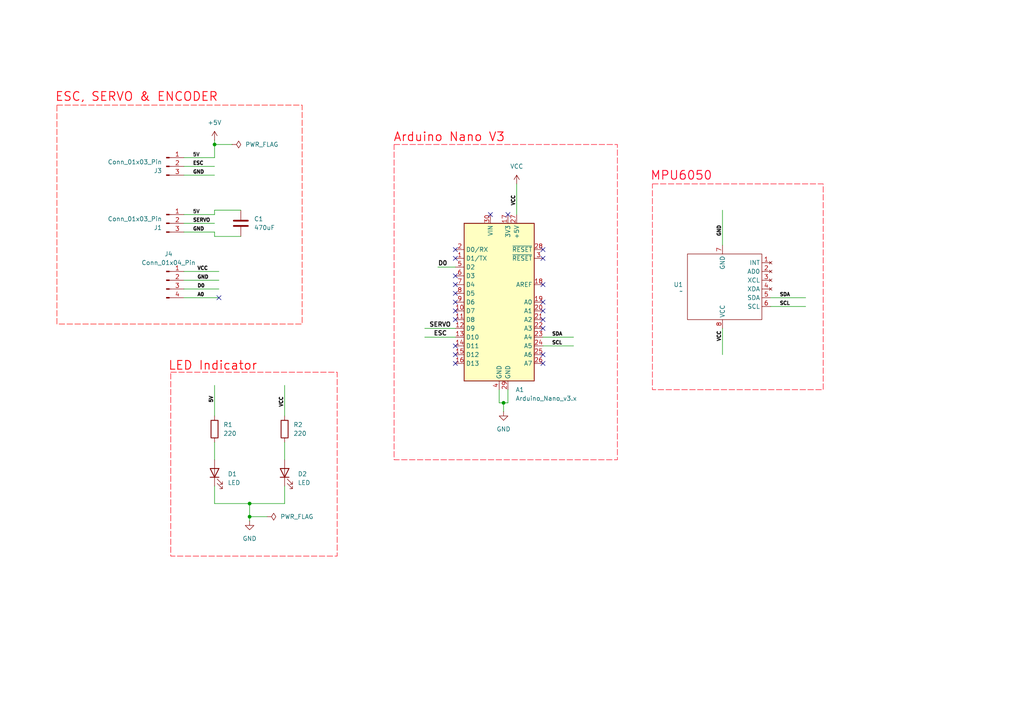
<source format=kicad_sch>
(kicad_sch (version 20231120) (generator "eeschema") (generator_version "8.0")
  (paper "A4")
  (lib_symbols
    (symbol "Autonomous_sch_lib:MPU6050"
      (property "Reference" "U" (at 0 0 0))
      (symbol "MPU6050_0_1"
        (rectangle (start -11.43 8.89) (end 10.16 -10.16))
      )
      (symbol "MPU6050_1_1"
        (pin no_connect line (at -13.97 -7.62 0) (length 2.54) (name "INT") (number "1"))
        (pin no_connect line (at -13.97 -5.08 0) (length 2.54) (name "AD0") (number "2"))
        (pin no_connect line (at -13.97 -2.54 0) (length 2.54) (name "XCL") (number "3"))
        (pin no_connect line (at -13.97 0 0) (length 2.54) (name "XDA") (number "4"))
        (pin bidirectional line (at -13.97 2.54 0) (length 2.54) (name "SDA") (number "5"))
        (pin input line (at -13.97 5.08 0) (length 2.54) (name "SCL") (number "6"))
        (pin power_in line (at 0 -12.7 90) (length 2.54) (name "GND") (number "7"))
        (pin power_in line (at 0 11.43 270) (length 2.54) (name "VCC") (number "8"))
      )
    )
    (symbol "Connector:Conn_01x03_Pin" (pin_names (offset 1.016) hide)
      (property "Reference" "J" (at 0 5.08 0))
      (property "Value" "Conn_01x03_Pin" (at 0 -5.08 0))
      (symbol "Conn_01x03_Pin_1_1"
        (polyline (pts (xy 1.27 -2.54) (xy 0.8636 -2.54)) (stroke (width 0.1524)))
        (polyline (pts (xy 1.27 0) (xy 0.8636 0)) (stroke (width 0.1524)))
        (polyline (pts (xy 1.27 2.54) (xy 0.8636 2.54)) (stroke (width 0.1524)))
        (rectangle (start 0.8636 -2.413) (end 0 -2.667) (stroke (width 0.1524)) (fill (type outline)))
        (rectangle (start 0.8636 0.127) (end 0 -0.127) (stroke (width 0.1524)) (fill (type outline)))
        (rectangle (start 0.8636 2.667) (end 0 2.413) (stroke (width 0.1524)) (fill (type outline)))
        (pin passive line (at 5.08 2.54 180) (length 3.81) (name "Pin_1") (number "1"))
        (pin passive line (at 5.08 0 180) (length 3.81) (name "Pin_2") (number "2"))
        (pin passive line (at 5.08 -2.54 180) (length 3.81) (name "Pin_3") (number "3"))
      )
    )
    (symbol "Connector:Conn_01x04_Pin" (pin_names (offset 1.016) hide)
      (property "Reference" "J" (at 0 5.08 0))
      (property "Value" "Conn_01x04_Pin" (at 0 -7.62 0))
      (symbol "Conn_01x04_Pin_1_1"
        (polyline (pts (xy 1.27 -5.08) (xy 0.8636 -5.08)) (stroke (width 0.1524)))
        (polyline (pts (xy 1.27 -2.54) (xy 0.8636 -2.54)) (stroke (width 0.1524)))
        (polyline (pts (xy 1.27 0) (xy 0.8636 0)) (stroke (width 0.1524)))
        (polyline (pts (xy 1.27 2.54) (xy 0.8636 2.54)) (stroke (width 0.1524)))
        (rectangle (start 0.8636 -4.953) (end 0 -5.207) (stroke (width 0.1524)) (fill (type outline)))
        (rectangle (start 0.8636 -2.413) (end 0 -2.667) (stroke (width 0.1524)) (fill (type outline)))
        (rectangle (start 0.8636 0.127) (end 0 -0.127) (stroke (width 0.1524)) (fill (type outline)))
        (rectangle (start 0.8636 2.667) (end 0 2.413) (stroke (width 0.1524)) (fill (type outline)))
        (pin passive line (at 5.08 2.54 180) (length 3.81) (name "Pin_1") (number "1"))
        (pin passive line (at 5.08 0 180) (length 3.81) (name "Pin_2") (number "2"))
        (pin passive line (at 5.08 -2.54 180) (length 3.81) (name "Pin_3") (number "3"))
        (pin passive line (at 5.08 -5.08 180) (length 3.81) (name "Pin_4") (number "4"))
      )
    )
    (symbol "Device:C" (pin_numbers hide) (pin_names (offset 0.254))
      (property "Reference" "C" (at 0.635 2.54 0))
      (property "Value" "C" (at 0.635 -2.54 0))
      (symbol "C_0_1"
        (polyline (pts (xy -2.032 -0.762) (xy 2.032 -0.762)) (stroke (width 0.508)))
        (polyline (pts (xy -2.032 0.762) (xy 2.032 0.762)) (stroke (width 0.508)))
      )
      (symbol "C_1_1"
        (pin passive line (at 0 3.81 270) (length 2.794) (name "~") (number "1"))
        (pin passive line (at 0 -3.81 90) (length 2.794) (name "~") (number "2"))
      )
    )
    (symbol "Device:LED" (pin_numbers hide) (pin_names (offset 1.016) hide)
      (property "Reference" "D" (at 0 2.54 0))
      (property "Value" "LED" (at 0 -2.54 0))
      (symbol "LED_0_1"
        (polyline (pts (xy -1.27 -1.27) (xy -1.27 1.27)) (stroke (width 0.254)))
        (polyline (pts (xy -1.27 0) (xy 1.27 0)))
        (polyline (pts (xy 1.27 -1.27) (xy 1.27 1.27) (xy -1.27 0) (xy 1.27 -1.27)) (stroke (width 0.254)))
        (polyline (pts (xy -3.048 -0.762) (xy -4.572 -2.286) (xy -3.81 -2.286) (xy -4.572 -2.286) (xy -4.572 -1.524)))
        (polyline (pts (xy -1.778 -0.762) (xy -3.302 -2.286) (xy -2.54 -2.286) (xy -3.302 -2.286) (xy -3.302 -1.524)))
      )
      (symbol "LED_1_1"
        (pin passive line (at -3.81 0 0) (length 2.54) (name "K") (number "1"))
        (pin passive line (at 3.81 0 180) (length 2.54) (name "A") (number "2"))
      )
    )
    (symbol "Device:R" (pin_numbers hide) (pin_names (offset 0))
      (property "Reference" "R" (at 2.032 0 90))
      (property "Value" "R" (at 0 0 90))
      (symbol "R_0_1"
        (rectangle (start -1.016 -2.54) (end 1.016 2.54) (stroke (width 0.254)))
      )
      (symbol "R_1_1"
        (pin passive line (at 0 3.81 270) (length 1.27) (name "~") (number "1"))
        (pin passive line (at 0 -3.81 90) (length 1.27) (name "~") (number "2"))
      )
    )
    (symbol "MCU_Module:Arduino_Nano_v3.x"
      (property "Reference" "A" (at -10.16 23.495 0))
      (property "Value" "Arduino_Nano_v3.x" (at 5.08 -24.13 0))
      (symbol "Arduino_Nano_v3.x_0_1"
        (rectangle (start -10.16 22.86) (end 10.16 -22.86) (stroke (width 0.254)) (fill (type background)))
      )
      (symbol "Arduino_Nano_v3.x_1_1"
        (pin bidirectional line (at -12.7 12.7 0) (length 2.54) (name "D1/TX") (number "1"))
        (pin bidirectional line (at -12.7 -2.54 0) (length 2.54) (name "D7") (number "10"))
        (pin bidirectional line (at -12.7 -5.08 0) (length 2.54) (name "D8") (number "11"))
        (pin bidirectional line (at -12.7 -7.62 0) (length 2.54) (name "D9") (number "12"))
        (pin bidirectional line (at -12.7 -10.16 0) (length 2.54) (name "D10") (number "13"))
        (pin bidirectional line (at -12.7 -12.7 0) (length 2.54) (name "D11") (number "14"))
        (pin bidirectional line (at -12.7 -15.24 0) (length 2.54) (name "D12") (number "15"))
        (pin bidirectional line (at -12.7 -17.78 0) (length 2.54) (name "D13") (number "16"))
        (pin power_out line (at 2.54 25.4 270) (length 2.54) (name "3V3") (number "17"))
        (pin input line (at 12.7 5.08 180) (length 2.54) (name "AREF") (number "18"))
        (pin bidirectional line (at 12.7 0 180) (length 2.54) (name "A0") (number "19"))
        (pin bidirectional line (at -12.7 15.24 0) (length 2.54) (name "D0/RX") (number "2"))
        (pin bidirectional line (at 12.7 -2.54 180) (length 2.54) (name "A1") (number "20"))
        (pin bidirectional line (at 12.7 -5.08 180) (length 2.54) (name "A2") (number "21"))
        (pin bidirectional line (at 12.7 -7.62 180) (length 2.54) (name "A3") (number "22"))
        (pin bidirectional line (at 12.7 -10.16 180) (length 2.54) (name "A4") (number "23"))
        (pin bidirectional line (at 12.7 -12.7 180) (length 2.54) (name "A5") (number "24"))
        (pin bidirectional line (at 12.7 -15.24 180) (length 2.54) (name "A6") (number "25"))
        (pin bidirectional line (at 12.7 -17.78 180) (length 2.54) (name "A7") (number "26"))
        (pin power_out line (at 5.08 25.4 270) (length 2.54) (name "+5V") (number "27"))
        (pin input line (at 12.7 15.24 180) (length 2.54) (name "~{RESET}") (number "28"))
        (pin power_in line (at 2.54 -25.4 90) (length 2.54) (name "GND") (number "29"))
        (pin input line (at 12.7 12.7 180) (length 2.54) (name "~{RESET}") (number "3"))
        (pin power_in line (at -2.54 25.4 270) (length 2.54) (name "VIN") (number "30"))
        (pin power_in line (at 0 -25.4 90) (length 2.54) (name "GND") (number "4"))
        (pin bidirectional line (at -12.7 10.16 0) (length 2.54) (name "D2") (number "5"))
        (pin bidirectional line (at -12.7 7.62 0) (length 2.54) (name "D3") (number "6"))
        (pin bidirectional line (at -12.7 5.08 0) (length 2.54) (name "D4") (number "7"))
        (pin bidirectional line (at -12.7 2.54 0) (length 2.54) (name "D5") (number "8"))
        (pin bidirectional line (at -12.7 0 0) (length 2.54) (name "D6") (number "9"))
      )
    )
    (symbol "power:+5V" (power) (pin_numbers hide) (pin_names (offset 0) hide)
      (property "Value" "+5V" (at 0 3.556 0))
      (symbol "+5V_0_1"
        (polyline (pts (xy -0.762 1.27) (xy 0 2.54)))
        (polyline (pts (xy 0 0) (xy 0 2.54)))
        (polyline (pts (xy 0 2.54) (xy 0.762 1.27)))
      )
      (symbol "+5V_1_1"
        (pin power_in line (at 0 0 90) (length 0) (name "~") (number "1"))
      )
    )
    (symbol "power:GND" (power) (pin_numbers hide) (pin_names (offset 0) hide)
      (property "Value" "GND" (at 0 -3.81 0))
      (symbol "GND_0_1"
        (polyline (pts (xy 0 0) (xy 0 -1.27) (xy 1.27 -1.27) (xy 0 -2.54) (xy -1.27 -1.27) (xy 0 -1.27)))
      )
      (symbol "GND_1_1"
        (pin power_in line (at 0 0 270) (length 0) (name "~") (number "1"))
      )
    )
    (symbol "power:PWR_FLAG" (power) (pin_numbers hide) (pin_names (offset 0) hide)
      (property "Value" "PWR_FLAG" (at 0 3.81 0))
      (symbol "PWR_FLAG_0_0"
        (pin power_out line (at 0 0 90) (length 0) (name "~") (number "1"))
      )
      (symbol "PWR_FLAG_0_1"
        (polyline (pts (xy 0 0) (xy 0 1.27) (xy -1.016 1.905) (xy 0 2.54) (xy 1.016 1.905) (xy 0 1.27)))
      )
    )
    (symbol "power:VCC" (power) (pin_numbers hide) (pin_names (offset 0) hide)
      (property "Value" "VCC" (at 0 3.556 0))
      (symbol "VCC_0_1"
        (polyline (pts (xy -0.762 1.27) (xy 0 2.54)))
        (polyline (pts (xy 0 0) (xy 0 2.54)))
        (polyline (pts (xy 0 2.54) (xy 0.762 1.27)))
      )
      (symbol "VCC_1_1"
        (pin power_in line (at 0 0 90) (length 0) (name "~") (number "1"))
      )
    )
  )
  (junction (at 72.39 149.86))
  (junction (at 146.05 116.84))
  (junction (at 62.23 41.91))
  (junction (at 72.39 146.05))
  (no_connect (at 157.48 105.41))
  (no_connect (at 157.48 95.25))
  (no_connect (at 132.08 102.87))
  (no_connect (at 147.32 62.23))
  (no_connect (at 132.08 85.09))
  (no_connect (at 132.08 82.55))
  (no_connect (at 132.08 90.17))
  (no_connect (at 132.08 87.63))
  (no_connect (at 132.08 72.39))
  (no_connect (at 157.48 74.93))
  (no_connect (at 132.08 92.71))
  (no_connect (at 157.48 92.71))
  (no_connect (at 157.48 82.55))
  (no_connect (at 142.24 62.23))
  (no_connect (at 63.5 86.36))
  (no_connect (at 132.08 74.93))
  (no_connect (at 132.08 100.33))
  (no_connect (at 157.48 87.63))
  (no_connect (at 157.48 72.39))
  (no_connect (at 157.48 90.17))
  (no_connect (at 157.48 102.87))
  (no_connect (at 132.08 105.41))
  (no_connect (at 132.08 80.01))
  (wire (pts (xy 72.39 149.86) (xy 72.39 151.13)))
  (wire (pts (xy 53.34 78.74) (xy 63.5 78.74)))
  (wire (pts (xy 53.34 81.28) (xy 63.5 81.28)))
  (wire (pts (xy 72.39 149.86) (xy 77.47 149.86)))
  (wire (pts (xy 62.23 140.97) (xy 62.23 146.05)))
  (wire (pts (xy 146.05 116.84) (xy 146.05 119.38)))
  (wire (pts (xy 62.23 111.76) (xy 62.23 120.65)))
  (wire (pts (xy 209.55 60.96) (xy 209.55 71.12)))
  (wire (pts (xy 123.19 97.79) (xy 132.08 97.79)))
  (wire (pts (xy 82.55 128.27) (xy 82.55 133.35)))
  (wire (pts (xy 53.34 64.77) (xy 62.23 64.77)))
  (wire (pts (xy 53.34 83.82) (xy 63.5 83.82)))
  (wire (pts (xy 144.78 113.03) (xy 144.78 116.84)))
  (wire (pts (xy 123.19 95.25) (xy 132.08 95.25)))
  (wire (pts (xy 69.85 60.96) (xy 62.23 60.96)))
  (wire (pts (xy 223.52 86.36) (xy 233.68 86.36)))
  (wire (pts (xy 53.34 62.23) (xy 62.23 62.23)))
  (wire (pts (xy 62.23 41.91) (xy 67.31 41.91)))
  (wire (pts (xy 149.86 53.34) (xy 149.86 62.23)))
  (wire (pts (xy 62.23 146.05) (xy 72.39 146.05)))
  (wire (pts (xy 62.23 68.58) (xy 62.23 67.31)))
  (wire (pts (xy 53.34 67.31) (xy 62.23 67.31)))
  (wire (pts (xy 72.39 146.05) (xy 82.55 146.05)))
  (wire (pts (xy 62.23 40.64) (xy 62.23 41.91)))
  (wire (pts (xy 82.55 146.05) (xy 82.55 140.97)))
  (wire (pts (xy 72.39 146.05) (xy 72.39 149.86)))
  (wire (pts (xy 209.55 95.25) (xy 209.55 102.87)))
  (wire (pts (xy 53.34 48.26) (xy 62.23 48.26)))
  (wire (pts (xy 157.48 97.79) (xy 166.37 97.79)))
  (wire (pts (xy 69.85 68.58) (xy 62.23 68.58)))
  (wire (pts (xy 157.48 100.33) (xy 166.37 100.33)))
  (wire (pts (xy 223.52 88.9) (xy 233.68 88.9)))
  (wire (pts (xy 147.32 116.84) (xy 147.32 113.03)))
  (wire (pts (xy 53.34 50.8) (xy 62.23 50.8)))
  (wire (pts (xy 82.55 111.76) (xy 82.55 120.65)))
  (wire (pts (xy 53.34 86.36) (xy 63.5 86.36)))
  (wire (pts (xy 62.23 60.96) (xy 62.23 62.23)))
  (wire (pts (xy 53.34 45.72) (xy 62.23 45.72)))
  (wire (pts (xy 146.05 116.84) (xy 147.32 116.84)))
  (wire (pts (xy 62.23 128.27) (xy 62.23 133.35)))
  (wire (pts (xy 144.78 116.84) (xy 146.05 116.84)))
  (wire (pts (xy 127 77.47) (xy 132.08 77.47)))
  (wire (pts (xy 62.23 41.91) (xy 62.23 45.72)))
  (rectangle (start 49.53 107.95) (end 97.79 161.29) (stroke (width 0) (type dash) (color 255 0 19 1)))
  (rectangle (start 189.23 53.34) (end 238.76 113.03) (stroke (width 0) (type dash) (color 255 0 24 1)))
  (rectangle (start 114.3 41.91) (end 179.07 133.35) (stroke (width 0) (type dash) (color 255 0 28 1)))
  (rectangle (start 16.51 30.48) (end 87.63 93.98) (stroke (width 0) (type dash) (color 255 2 0 1)))
  (text "LED Indicator" (at 61.722 106.172 0) (effects (font (size 2.54 2.54) (thickness 0.254) (bold yes))))
  (text "Arduino Nano V3" (at 130.302 39.878 0) (effects (font (size 2.54 2.54) (thickness 0.254) (bold yes))))
  (text "MPU6050" (at 197.612 51.054 0) (effects (font (size 2.54 2.54) (thickness 0.254) (bold yes))))
  (text "ESC, SERVO & ENCODER" (at 39.624 28.194 0) (effects (font (size 2.54 2.54) (thickness 0.254) (bold yes))))
  (label "VCC" (at 209.55 99.06 90) (effects (font (size 1.016 1.016) (thickness 0.254) (bold yes))))
  (label "GND" (at 55.88 67.31 0) (effects (font (size 1.016 1.016) (thickness 0.254) (bold yes))))
  (label "5V" (at 55.88 62.23 0) (effects (font (size 1.016 1.016) (thickness 0.2032) (bold yes))))
  (label "VCC" (at 149.86 59.69 90) (effects (font (size 1.016 1.016) (thickness 0.254) (bold yes))))
  (label "SERVO" (at 55.88 64.77 0) (effects (font (size 1.016 1.016) (thickness 0.254) (bold yes))))
  (label "GND" (at 57.15 81.28 0) (effects (font (size 1.016 1.016) (thickness 0.254) (bold yes))))
  (label "VCC" (at 57.15 78.74 0) (effects (font (size 1.016 1.016) (thickness 0.254) (bold yes))))
  (label "5V" (at 62.23 116.84 90) (effects (font (size 1.016 1.016) (thickness 0.254) (bold yes))))
  (label "D0" (at 57.15 83.82 0) (effects (font (size 1.016 1.016) (thickness 0.254) (bold yes))))
  (label "SCL" (at 226.06 88.9 0) (effects (font (size 1.016 1.016) (thickness 0.254) (bold yes))))
  (label "A0" (at 57.15 86.36 0) (effects (font (size 1.016 1.016) (thickness 0.254) (bold yes))))
  (label "GND" (at 55.88 50.8 0) (effects (font (size 1.016 1.016) (thickness 0.254) (bold yes))))
  (label "SDA" (at 160.02 97.79 0) (effects (font (size 1.016 1.016) (thickness 0.254) (bold yes))))
  (label "ESC" (at 125.73 97.79 0) (effects (font (thickness 0.254) (bold yes))))
  (label "VCC" (at 82.55 118.11 90) (effects (font (size 1.016 1.016) (thickness 0.254) (bold yes))))
  (label "SDA" (at 226.06 86.36 0) (effects (font (size 1.016 1.016) (thickness 0.254) (bold yes))))
  (label "GND" (at 209.55 68.58 90) (effects (font (size 1.016 1.016) (thickness 0.254) (bold yes))))
  (label "ESC" (at 55.88 48.26 0) (effects (font (size 1.016 1.016) (thickness 0.254) (bold yes))))
  (label "D0" (at 127 77.47 0) (effects (font (thickness 0.254) (bold yes))))
  (label "SCL" (at 160.02 100.33 0) (effects (font (size 1.016 1.016) (thickness 0.254) (bold yes))))
  (label "SERVO" (at 124.46 95.25 0) (effects (font (thickness 0.254) (bold yes))))
  (label "5V" (at 55.88 45.72 0) (effects (font (size 1.016 1.016) (thickness 0.2032) (bold yes))))
  (symbol (lib_id "power:VCC") (at 149.86 53.34 0) (unit 1)
    (property "Reference" "#PWR03" (effects (hide yes)))
    (property "Value" "VCC" (at 149.86 48.26 0))
    (property "Description" "Power symbol creates a global label with name \"VCC\"" (effects (hide yes)))
  )
  (symbol (lib_id "Device:C") (at 69.85 64.77 0) (unit 1)
    (property "Reference" "C1" (at 73.66 63.4999 0) (effects (justify left)))
    (property "Value" "470uF" (at 73.66 66.0399 0) (effects (justify left)))
    (property "Footprint" "Capacitor_THT:CP_Radial_D4.0mm_P2.00mm" (effects (hide yes)))
    (property "Description" "Unpolarized capacitor" (effects (hide yes)))
  )
  (symbol (lib_id "Connector:Conn_01x03_Pin") (at 48.26 64.77 0) (unit 1)
    (property "Reference" "J1" (at 46.99 66.0401 0) (effects (justify right)))
    (property "Value" "Conn_01x03_Pin" (at 46.99 63.5001 0) (effects (justify right)))
    (property "Footprint" "Connector_PinHeader_2.54mm:PinHeader_1x03_P2.54mm_Vertical" (effects (hide yes)))
    (property "Description" "Generic connector, single row, 01x03, script generated" (effects (hide yes)))
  )
  (symbol (lib_id "MCU_Module:Arduino_Nano_v3.x") (at 144.78 87.63 0) (unit 1)
    (property "Reference" "A1" (at 149.5141 113.03 0) (effects (justify left)))
    (property "Value" "Arduino_Nano_v3.x" (at 149.5141 115.57 0) (effects (justify left)))
    (property "Footprint" "Module:Arduino_Nano" (effects (hide yes)))
    (property "Datasheet" "http://www.mouser.com/pdfdocs/Gravitech_Arduino_Nano3_0.pdf" (effects (hide yes)))
    (property "Description" "Arduino Nano v3.x" (effects (hide yes)))
  )
  (symbol (lib_id "Autonomous_sch_lib:MPU6050") (at 209.55 83.82 180) (unit 1)
    (property "Reference" "U1" (at 198.12 82.5499 0) (effects (justify left)))
    (property "Value" "~" (at 198.12 84.455 0) (effects (justify left)))
    (property "Footprint" "Autonomous_PCB_lib:MPU6050" (effects (hide yes)))
  )
  (symbol (lib_id "power:GND") (at 146.05 119.38 0) (unit 1)
    (property "Reference" "#PWR04" (effects (hide yes)))
    (property "Value" "GND" (at 146.05 124.46 0))
    (property "Description" "Power symbol creates a global label with name \"GND\" , ground" (effects (hide yes)))
  )
  (symbol (lib_id "Device:LED") (at 62.23 137.16 90) (unit 1)
    (property "Reference" "D1" (at 66.04 137.4774 90) (effects (justify right)))
    (property "Value" "LED" (at 66.04 140.0174 90) (effects (justify right)))
    (property "Footprint" "LED_THT:LED_D5.0mm" (effects (hide yes)))
    (property "Description" "Light emitting diode" (effects (hide yes)))
  )
  (symbol (lib_id "power:PWR_FLAG") (at 77.47 149.86 270) (unit 1)
    (property "Reference" "#FLG01" (effects (hide yes)))
    (property "Value" "PWR_FLAG" (at 81.28 149.8599 90) (effects (justify left)))
    (property "Description" "Special symbol for telling ERC where power comes from" (effects (hide yes)))
  )
  (symbol (lib_id "power:GND") (at 72.39 151.13 0) (unit 1)
    (property "Reference" "#PWR02" (effects (hide yes)))
    (property "Value" "GND" (at 72.39 156.21 0))
    (property "Description" "Power symbol creates a global label with name \"GND\" , ground" (effects (hide yes)))
  )
  (symbol (lib_id "Connector:Conn_01x04_Pin") (at 48.26 81.28 0) (unit 1)
    (property "Reference" "J4" (at 48.895 73.66 0))
    (property "Value" "Conn_01x04_Pin" (at 48.895 76.2 0))
    (property "Footprint" "Connector_PinHeader_2.54mm:PinHeader_1x04_P2.54mm_Vertical" (effects (hide yes)))
    (property "Description" "Generic connector, single row, 01x04, script generated" (effects (hide yes)))
  )
  (symbol (lib_id "Device:R") (at 82.55 124.46 0) (unit 1)
    (property "Reference" "R2" (at 85.09 123.1899 0) (effects (justify left)))
    (property "Value" "220" (at 85.09 125.7299 0) (effects (justify left)))
    (property "Footprint" "Resistor_THT:R_Axial_DIN0207_L6.3mm_D2.5mm_P2.54mm_Vertical" (effects (hide yes)))
    (property "Description" "Resistor" (effects (hide yes)))
  )
  (symbol (lib_id "Device:R") (at 62.23 124.46 0) (unit 1)
    (property "Reference" "R1" (at 64.77 123.1899 0) (effects (justify left)))
    (property "Value" "220" (at 64.77 125.7299 0) (effects (justify left)))
    (property "Footprint" "Resistor_THT:R_Axial_DIN0207_L6.3mm_D2.5mm_P2.54mm_Vertical" (effects (hide yes)))
    (property "Description" "Resistor" (effects (hide yes)))
  )
  (symbol (lib_id "power:PWR_FLAG") (at 67.31 41.91 270) (unit 1)
    (property "Reference" "#FLG02" (effects (hide yes)))
    (property "Value" "PWR_FLAG" (at 71.12 41.9099 90) (effects (justify left)))
    (property "Description" "Special symbol for telling ERC where power comes from" (effects (hide yes)))
  )
  (symbol (lib_id "Device:LED") (at 82.55 137.16 90) (unit 1)
    (property "Reference" "D2" (at 86.36 137.4774 90) (effects (justify right)))
    (property "Value" "LED" (at 86.36 140.0174 90) (effects (justify right)))
    (property "Footprint" "LED_THT:LED_D5.0mm" (effects (hide yes)))
    (property "Description" "Light emitting diode" (effects (hide yes)))
  )
  (symbol (lib_id "power:+5V") (at 62.23 40.64 0) (unit 1)
    (property "Reference" "#PWR01" (effects (hide yes)))
    (property "Value" "+5V" (at 62.23 35.56 0))
    (property "Description" "Power symbol creates a global label with name \"+5V\"" (effects (hide yes)))
  )
  (symbol (lib_id "Connector:Conn_01x03_Pin") (at 48.26 48.26 0) (unit 1)
    (property "Reference" "J3" (at 46.99 49.5301 0) (effects (justify right)))
    (property "Value" "Conn_01x03_Pin" (at 46.99 46.9901 0) (effects (justify right)))
    (property "Footprint" "Connector_PinHeader_2.54mm:PinHeader_1x03_P2.54mm_Vertical" (effects (hide yes)))
    (property "Description" "Generic connector, single row, 01x03, script generated" (effects (hide yes)))
  )
)
</source>
